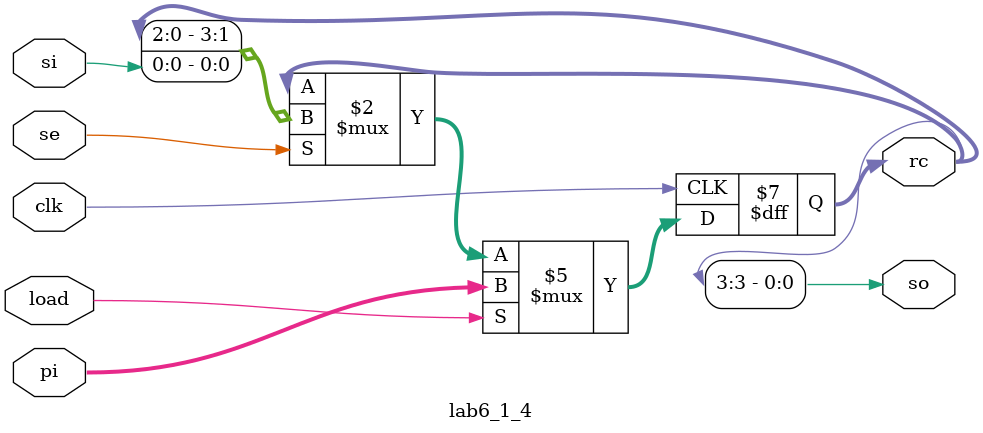
<source format=v>
`timescale 1ns / 1ps


module lab6_1_4(
    input clk,
    input si,
    input se,
    input [3:0] pi,
    input load,
    output so,
    output reg [3:0] rc
    );
    
    assign so = rc[3];
    
    always @ (posedge clk) begin
        if (load)
            rc <= pi;
        else if (se)
            rc <= {rc[2:0], si};
    end
endmodule

</source>
